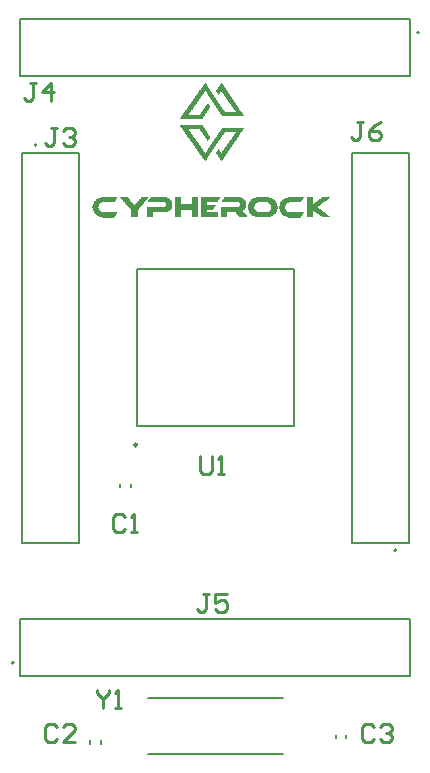
<source format=gbr>
%TF.GenerationSoftware,Altium Limited,Altium Designer,23.4.1 (23)*%
G04 Layer_Color=65535*
%FSLAX45Y45*%
%MOMM*%
%TF.SameCoordinates,3C8645F9-427F-4EF9-BD5D-D69B0DC8593D*%
%TF.FilePolarity,Positive*%
%TF.FileFunction,Legend,Top*%
%TF.Part,Single*%
G01*
G75*
%TA.AperFunction,NonConductor*%
%ADD22C,0.20000*%
%ADD23C,0.25000*%
%ADD24C,0.12700*%
%ADD25C,0.25400*%
G36*
X1706724Y6737748D02*
X1710088D01*
Y6734384D01*
Y6731019D01*
X1713452D01*
Y6727655D01*
Y6724291D01*
X1716816D01*
Y6720926D01*
X1720181D01*
Y6717562D01*
X1723545D01*
Y6714197D01*
Y6710833D01*
X1726909D01*
Y6707469D01*
X1730274D01*
Y6704104D01*
Y6700740D01*
X1733638D01*
Y6697376D01*
X1737003D01*
Y6694011D01*
Y6690647D01*
X1740367D01*
Y6687283D01*
Y6683918D01*
X1743731D01*
Y6680554D01*
X1747096D01*
Y6677189D01*
X1750460D01*
Y6673825D01*
Y6670461D01*
X1753825D01*
Y6667096D01*
X1757189D01*
Y6663732D01*
Y6660368D01*
X1760553D01*
Y6657003D01*
X1763917D01*
Y6653639D01*
Y6650274D01*
X1767282D01*
Y6646910D01*
X1770646D01*
Y6643546D01*
X1774011D01*
Y6640181D01*
Y6636817D01*
X1777375D01*
Y6633453D01*
Y6630088D01*
X1780739D01*
Y6626724D01*
X1784104D01*
Y6623360D01*
Y6619995D01*
X1787468D01*
Y6616631D01*
X1790833D01*
Y6613266D01*
Y6609902D01*
X1794197D01*
Y6606538D01*
X1797561D01*
Y6603173D01*
Y6599809D01*
X1800926D01*
Y6596445D01*
X1804290D01*
Y6593080D01*
Y6589716D01*
X1807654D01*
Y6586352D01*
X1811019D01*
Y6582987D01*
X1814383D01*
Y6579623D01*
Y6576258D01*
X1817747D01*
Y6572894D01*
X1821112D01*
Y6569530D01*
Y6566165D01*
X1824476D01*
Y6562801D01*
X1827840D01*
Y6559437D01*
Y6556072D01*
X1831205D01*
Y6552708D01*
X1834569D01*
Y6549344D01*
Y6545979D01*
X1837934D01*
Y6542615D01*
X1841298D01*
Y6539250D01*
Y6535886D01*
X1844662D01*
Y6532522D01*
X1848027D01*
Y6529157D01*
Y6525793D01*
X1851391D01*
Y6522429D01*
X1854755D01*
Y6519064D01*
Y6515700D01*
X1858120D01*
Y6512335D01*
X1861484D01*
Y6508971D01*
Y6505607D01*
X1864848D01*
Y6502242D01*
X1868213D01*
Y6498878D01*
Y6495514D01*
X1871577D01*
Y6492149D01*
X1874942D01*
Y6488785D01*
Y6485421D01*
X1878306D01*
Y6482056D01*
X1881670D01*
Y6478692D01*
X1885035D01*
Y6475327D01*
Y6471963D01*
X1888399D01*
Y6468599D01*
X1891764D01*
Y6465234D01*
Y6461870D01*
X1895128D01*
Y6458506D01*
X1710088D01*
Y6461870D01*
X1706724D01*
Y6465234D01*
X1703359D01*
Y6468599D01*
Y6471963D01*
X1699995D01*
Y6475327D01*
X1696630D01*
Y6478692D01*
X1693266D01*
Y6482056D01*
Y6485421D01*
X1689902D01*
Y6488785D01*
X1686537D01*
Y6492149D01*
Y6495514D01*
X1683173D01*
Y6498878D01*
X1679808D01*
Y6502242D01*
Y6505607D01*
X1676444D01*
Y6508971D01*
X1673080D01*
Y6512335D01*
Y6515700D01*
X1669715D01*
Y6519064D01*
X1666351D01*
Y6522429D01*
Y6525793D01*
X1662987D01*
Y6529157D01*
X1659622D01*
Y6532522D01*
Y6535886D01*
X1656258D01*
Y6539250D01*
X1652894D01*
Y6542615D01*
Y6545979D01*
X1649529D01*
Y6549344D01*
X1646165D01*
Y6552708D01*
Y6556072D01*
X1642801D01*
Y6559437D01*
X1639436D01*
Y6562801D01*
X1636072D01*
Y6566165D01*
Y6569530D01*
X1632707D01*
Y6572894D01*
X1629343D01*
Y6576258D01*
Y6579623D01*
X1625979D01*
Y6582987D01*
X1622614D01*
Y6586352D01*
Y6589716D01*
X1619250D01*
Y6593080D01*
X1615886D01*
Y6596445D01*
Y6599809D01*
X1612521D01*
Y6603173D01*
X1609157D01*
Y6606538D01*
Y6609902D01*
X1605793D01*
Y6613266D01*
X1602428D01*
Y6616631D01*
Y6619995D01*
X1599064D01*
Y6623360D01*
X1595699D01*
Y6626724D01*
Y6630088D01*
X1592335D01*
Y6633453D01*
X1588971D01*
Y6636817D01*
Y6640181D01*
X1585606D01*
Y6643546D01*
X1582242D01*
Y6646910D01*
Y6650274D01*
X1578877D01*
Y6653639D01*
X1575513D01*
Y6657003D01*
Y6660368D01*
X1572149D01*
Y6663732D01*
X1568785D01*
Y6667096D01*
Y6670461D01*
X1562056D01*
Y6667096D01*
X1558691D01*
Y6663732D01*
Y6660368D01*
X1555327D01*
Y6657003D01*
X1551963D01*
Y6653639D01*
Y6650274D01*
X1548598D01*
Y6646910D01*
X1545234D01*
Y6643546D01*
X1541870D01*
Y6640181D01*
Y6636817D01*
X1538505D01*
Y6633453D01*
X1535141D01*
Y6630088D01*
Y6626724D01*
X1531776D01*
Y6623360D01*
X1528412D01*
Y6619995D01*
X1525048D01*
Y6616631D01*
Y6613266D01*
X1521683D01*
Y6609902D01*
X1518319D01*
Y6606538D01*
Y6603173D01*
X1514955D01*
Y6599809D01*
X1511590D01*
Y6596445D01*
Y6593080D01*
X1508226D01*
Y6589716D01*
X1504862D01*
Y6586352D01*
X1501497D01*
Y6582987D01*
Y6579623D01*
X1498133D01*
Y6576258D01*
Y6572894D01*
X1494768D01*
Y6569530D01*
X1491404D01*
Y6566165D01*
X1488040D01*
Y6562801D01*
Y6559437D01*
X1484675D01*
Y6556072D01*
X1481311D01*
Y6552708D01*
Y6549344D01*
X1477947D01*
Y6545979D01*
X1474582D01*
Y6542615D01*
X1471218D01*
Y6539250D01*
Y6535886D01*
X1467854D01*
Y6532522D01*
X1464489D01*
Y6529157D01*
Y6525793D01*
X1461125D01*
Y6522429D01*
X1457760D01*
Y6519064D01*
Y6515700D01*
X1454396D01*
Y6512335D01*
X1451032D01*
Y6508971D01*
X1447667D01*
Y6505607D01*
Y6502242D01*
X1444303D01*
Y6498878D01*
X1440939D01*
Y6495514D01*
Y6492149D01*
X1437574D01*
Y6488785D01*
X1434210D01*
Y6485421D01*
X1430845D01*
Y6482056D01*
Y6478692D01*
X1427481D01*
Y6475327D01*
Y6471963D01*
X1508226D01*
Y6468599D01*
X1514955D01*
Y6471963D01*
X1518319D01*
Y6475327D01*
X1521683D01*
Y6478692D01*
X1525048D01*
Y6482056D01*
Y6485421D01*
X1528412D01*
Y6488785D01*
Y6492149D01*
X1531776D01*
Y6495514D01*
X1535141D01*
Y6498878D01*
X1538505D01*
Y6502242D01*
Y6505607D01*
X1541870D01*
Y6508971D01*
X1545234D01*
Y6512335D01*
Y6515700D01*
X1548598D01*
Y6519064D01*
X1551963D01*
Y6522429D01*
Y6525793D01*
X1555327D01*
Y6529157D01*
X1558691D01*
Y6532522D01*
X1562056D01*
Y6535886D01*
Y6539250D01*
X1565420D01*
Y6542615D01*
X1568785D01*
Y6545979D01*
Y6549344D01*
X1572149D01*
Y6552708D01*
X1575513D01*
Y6556072D01*
X1578877D01*
Y6559437D01*
Y6562801D01*
X1582242D01*
Y6566165D01*
X1585606D01*
Y6569530D01*
Y6572894D01*
X1588971D01*
Y6569530D01*
Y6566165D01*
X1592335D01*
Y6562801D01*
Y6559437D01*
X1595699D01*
Y6556072D01*
X1599064D01*
Y6552708D01*
X1602428D01*
Y6549344D01*
Y6545979D01*
X1605793D01*
Y6542615D01*
X1609157D01*
Y6539250D01*
Y6535886D01*
Y6532522D01*
X1605793D01*
Y6529157D01*
X1602428D01*
Y6525793D01*
X1599064D01*
Y6522429D01*
Y6519064D01*
X1595699D01*
Y6515700D01*
X1592335D01*
Y6512335D01*
Y6508971D01*
X1588971D01*
Y6505607D01*
X1585606D01*
Y6502242D01*
X1582242D01*
Y6498878D01*
Y6495514D01*
X1578877D01*
Y6492149D01*
X1575513D01*
Y6488785D01*
Y6485421D01*
X1572149D01*
Y6482056D01*
X1568785D01*
Y6478692D01*
Y6475327D01*
X1565420D01*
Y6471963D01*
X1562056D01*
Y6468599D01*
X1558691D01*
Y6465234D01*
Y6461870D01*
X1555327D01*
Y6458506D01*
X1551963D01*
Y6455141D01*
Y6451777D01*
X1548598D01*
Y6448413D01*
X1545234D01*
Y6445048D01*
X1541870D01*
Y6441684D01*
Y6438319D01*
X1538505D01*
Y6434955D01*
X1346736D01*
Y6438319D01*
X1350101D01*
Y6441684D01*
X1353465D01*
Y6445048D01*
X1356829D01*
Y6448413D01*
X1360194D01*
Y6451777D01*
Y6455141D01*
X1363558D01*
Y6458506D01*
X1366923D01*
Y6461870D01*
Y6465234D01*
X1370287D01*
Y6468599D01*
X1373651D01*
Y6471963D01*
Y6475327D01*
X1377016D01*
Y6478692D01*
X1380380D01*
Y6482056D01*
Y6485421D01*
X1383744D01*
Y6488785D01*
X1387109D01*
Y6492149D01*
X1390473D01*
Y6495514D01*
Y6498878D01*
X1393837D01*
Y6502242D01*
X1397202D01*
Y6505607D01*
Y6508971D01*
X1400566D01*
Y6512335D01*
X1403931D01*
Y6515700D01*
X1407295D01*
Y6519064D01*
Y6522429D01*
X1410659D01*
Y6525793D01*
X1414024D01*
Y6529157D01*
Y6532522D01*
X1417388D01*
Y6535886D01*
X1420752D01*
Y6539250D01*
Y6542615D01*
X1424117D01*
Y6545979D01*
X1427481D01*
Y6549344D01*
X1430845D01*
Y6552708D01*
Y6556072D01*
X1434210D01*
Y6559437D01*
X1437574D01*
Y6562801D01*
Y6566165D01*
X1440939D01*
Y6569530D01*
X1444303D01*
Y6572894D01*
X1447667D01*
Y6576258D01*
Y6579623D01*
X1451032D01*
Y6582987D01*
X1454396D01*
Y6586352D01*
Y6589716D01*
X1457760D01*
Y6593080D01*
X1461125D01*
Y6596445D01*
X1464489D01*
Y6599809D01*
Y6603173D01*
X1467854D01*
Y6606538D01*
X1471218D01*
Y6609902D01*
Y6613266D01*
X1474582D01*
Y6616631D01*
X1477947D01*
Y6619995D01*
Y6623360D01*
X1481311D01*
Y6626724D01*
X1484675D01*
Y6630088D01*
Y6633453D01*
X1488040D01*
Y6636817D01*
X1491404D01*
Y6640181D01*
Y6643546D01*
X1494768D01*
Y6646910D01*
X1498133D01*
Y6650274D01*
X1501497D01*
Y6653639D01*
Y6657003D01*
X1504862D01*
Y6660368D01*
X1508226D01*
Y6663732D01*
Y6667096D01*
X1511590D01*
Y6670461D01*
X1514955D01*
Y6673825D01*
Y6677189D01*
X1518319D01*
Y6680554D01*
X1521683D01*
Y6683918D01*
X1525048D01*
Y6687283D01*
Y6690647D01*
X1528412D01*
Y6694011D01*
X1531776D01*
Y6697376D01*
Y6700740D01*
X1535141D01*
Y6704104D01*
X1538505D01*
Y6707469D01*
X1541870D01*
Y6710833D01*
Y6714197D01*
X1545234D01*
Y6717562D01*
X1548598D01*
Y6720926D01*
Y6724291D01*
X1551963D01*
Y6727655D01*
X1555327D01*
Y6731019D01*
X1558691D01*
Y6734384D01*
Y6737748D01*
X1562056D01*
Y6741112D01*
X1565420D01*
Y6737748D01*
X1568785D01*
Y6734384D01*
Y6731019D01*
X1572149D01*
Y6727655D01*
X1575513D01*
Y6724291D01*
Y6720926D01*
X1578877D01*
Y6717562D01*
X1582242D01*
Y6714197D01*
Y6710833D01*
X1585606D01*
Y6707469D01*
X1588971D01*
Y6704104D01*
Y6700740D01*
X1592335D01*
Y6697376D01*
X1595699D01*
Y6694011D01*
X1599064D01*
Y6690647D01*
Y6687283D01*
X1602428D01*
Y6683918D01*
X1605793D01*
Y6680554D01*
Y6677189D01*
X1609157D01*
Y6673825D01*
X1612521D01*
Y6670461D01*
Y6667096D01*
X1615886D01*
Y6663732D01*
X1619250D01*
Y6660368D01*
Y6657003D01*
X1622614D01*
Y6653639D01*
Y6650274D01*
X1625979D01*
Y6646910D01*
X1629343D01*
Y6643546D01*
X1632707D01*
Y6640181D01*
Y6636817D01*
X1636072D01*
Y6633453D01*
X1639436D01*
Y6630088D01*
Y6626724D01*
X1642801D01*
Y6623360D01*
X1646165D01*
Y6619995D01*
Y6616631D01*
X1649529D01*
Y6613266D01*
X1652894D01*
Y6609902D01*
Y6606538D01*
X1656258D01*
Y6603173D01*
X1659622D01*
Y6599809D01*
Y6596445D01*
X1662987D01*
Y6593080D01*
X1666351D01*
Y6589716D01*
Y6586352D01*
X1669715D01*
Y6582987D01*
X1673080D01*
Y6579623D01*
X1676444D01*
Y6576258D01*
Y6572894D01*
X1679808D01*
Y6569530D01*
X1683173D01*
Y6566165D01*
Y6562801D01*
X1686537D01*
Y6559437D01*
Y6556072D01*
X1689902D01*
Y6552708D01*
X1693266D01*
Y6549344D01*
X1696630D01*
Y6545979D01*
Y6542615D01*
X1699995D01*
Y6539250D01*
Y6535886D01*
X1703359D01*
Y6532522D01*
X1706724D01*
Y6529157D01*
X1710088D01*
Y6525793D01*
Y6522429D01*
X1713452D01*
Y6519064D01*
X1716816D01*
Y6515700D01*
Y6512335D01*
X1720181D01*
Y6508971D01*
X1723545D01*
Y6505607D01*
Y6502242D01*
X1726909D01*
Y6498878D01*
X1730274D01*
Y6495514D01*
Y6492149D01*
X1821112D01*
Y6495514D01*
Y6498878D01*
X1817747D01*
Y6502242D01*
Y6505607D01*
X1814383D01*
Y6508971D01*
X1811019D01*
Y6512335D01*
Y6515700D01*
X1807654D01*
Y6519064D01*
X1804290D01*
Y6522429D01*
X1800926D01*
Y6525793D01*
Y6529157D01*
X1797561D01*
Y6532522D01*
Y6535886D01*
X1794197D01*
Y6539250D01*
X1790833D01*
Y6542615D01*
X1787468D01*
Y6545979D01*
Y6549344D01*
X1784104D01*
Y6552708D01*
X1780739D01*
Y6556072D01*
Y6559437D01*
X1777375D01*
Y6562801D01*
X1774011D01*
Y6566165D01*
Y6569530D01*
X1770646D01*
Y6572894D01*
X1767282D01*
Y6576258D01*
Y6579623D01*
X1763917D01*
Y6582987D01*
X1760553D01*
Y6586352D01*
X1757189D01*
Y6589716D01*
Y6593080D01*
X1753825D01*
Y6596445D01*
X1750460D01*
Y6599809D01*
Y6603173D01*
X1747096D01*
Y6606538D01*
X1743731D01*
Y6609902D01*
Y6613266D01*
X1740367D01*
Y6616631D01*
X1737003D01*
Y6619995D01*
Y6623360D01*
X1733638D01*
Y6626724D01*
X1730274D01*
Y6630088D01*
Y6633453D01*
X1726909D01*
Y6636817D01*
X1723545D01*
Y6640181D01*
Y6643546D01*
X1720181D01*
Y6646910D01*
X1716816D01*
Y6650274D01*
Y6653639D01*
X1713452D01*
Y6657003D01*
X1710088D01*
Y6660368D01*
X1706724D01*
Y6663732D01*
Y6667096D01*
X1696630D01*
Y6663732D01*
Y6660368D01*
X1693266D01*
Y6657003D01*
X1689902D01*
Y6653639D01*
Y6650274D01*
X1686537D01*
Y6646910D01*
X1683173D01*
Y6643546D01*
Y6640181D01*
X1679808D01*
Y6636817D01*
X1676444D01*
Y6640181D01*
Y6643546D01*
X1673080D01*
Y6646910D01*
Y6650274D01*
X1669715D01*
Y6653639D01*
X1666351D01*
Y6657003D01*
X1662987D01*
Y6660368D01*
Y6663732D01*
X1659622D01*
Y6667096D01*
X1656258D01*
Y6670461D01*
Y6673825D01*
X1659622D01*
Y6677189D01*
X1662987D01*
Y6680554D01*
Y6683918D01*
X1666351D01*
Y6687283D01*
X1669715D01*
Y6690647D01*
Y6694011D01*
X1673080D01*
Y6697376D01*
X1676444D01*
Y6700740D01*
Y6704104D01*
X1679808D01*
Y6707469D01*
X1683173D01*
Y6710833D01*
Y6714197D01*
X1686537D01*
Y6717562D01*
Y6720926D01*
X1689902D01*
Y6724291D01*
X1693266D01*
Y6727655D01*
Y6731019D01*
X1696630D01*
Y6734384D01*
X1699995D01*
Y6737748D01*
Y6741112D01*
X1706724D01*
Y6737748D01*
D02*
G37*
G36*
X1541870Y6377761D02*
Y6374396D01*
X1545234D01*
Y6371032D01*
Y6367668D01*
X1548598D01*
Y6364304D01*
X1551963D01*
Y6360939D01*
X1555327D01*
Y6357575D01*
X1558691D01*
Y6354210D01*
Y6350846D01*
X1562056D01*
Y6347482D01*
Y6344117D01*
X1565420D01*
Y6340753D01*
X1568785D01*
Y6337388D01*
X1572149D01*
Y6334024D01*
Y6330660D01*
X1575513D01*
Y6327295D01*
X1578877D01*
Y6323931D01*
Y6320567D01*
X1582242D01*
Y6317203D01*
X1585606D01*
Y6313838D01*
X1588971D01*
Y6310474D01*
Y6307109D01*
X1592335D01*
Y6303745D01*
X1595699D01*
Y6300381D01*
Y6297016D01*
X1599064D01*
Y6293652D01*
X1602428D01*
Y6290287D01*
Y6286923D01*
X1605793D01*
Y6283559D01*
X1609157D01*
Y6280194D01*
Y6276830D01*
X1605793D01*
Y6273465D01*
Y6270101D01*
X1602428D01*
Y6266737D01*
X1599064D01*
Y6263373D01*
X1595699D01*
Y6260008D01*
Y6256644D01*
X1592335D01*
Y6253280D01*
X1588971D01*
Y6249915D01*
Y6246551D01*
X1585606D01*
Y6249915D01*
X1582242D01*
Y6253280D01*
Y6256644D01*
X1578877D01*
Y6260008D01*
X1575513D01*
Y6263373D01*
Y6266737D01*
X1572149D01*
Y6270101D01*
X1568785D01*
Y6273465D01*
X1565420D01*
Y6276830D01*
Y6280194D01*
X1562056D01*
Y6283559D01*
X1558691D01*
Y6286923D01*
Y6290287D01*
X1555327D01*
Y6293652D01*
X1551963D01*
Y6297016D01*
Y6300381D01*
X1548598D01*
Y6303745D01*
X1545234D01*
Y6307109D01*
X1541870D01*
Y6310474D01*
Y6313838D01*
X1538505D01*
Y6317203D01*
X1535141D01*
Y6320567D01*
Y6323931D01*
X1531776D01*
Y6327295D01*
X1528412D01*
Y6330660D01*
Y6334024D01*
X1525048D01*
Y6337388D01*
X1521683D01*
Y6340753D01*
X1518319D01*
Y6344117D01*
Y6347482D01*
X1427481D01*
Y6344117D01*
Y6340753D01*
Y6337388D01*
X1430845D01*
Y6334024D01*
X1434210D01*
Y6330660D01*
X1437574D01*
Y6327295D01*
Y6323931D01*
X1440939D01*
Y6320567D01*
X1444303D01*
Y6317203D01*
Y6313838D01*
X1447667D01*
Y6310474D01*
X1451032D01*
Y6307109D01*
X1454396D01*
Y6303745D01*
Y6300381D01*
X1457760D01*
Y6297016D01*
X1461125D01*
Y6293652D01*
Y6290287D01*
X1464489D01*
Y6286923D01*
X1467854D01*
Y6283559D01*
Y6280194D01*
X1471218D01*
Y6276830D01*
X1474582D01*
Y6273465D01*
X1477947D01*
Y6270101D01*
Y6266737D01*
X1481311D01*
Y6263373D01*
X1484675D01*
Y6260008D01*
Y6256644D01*
X1488040D01*
Y6253280D01*
X1491404D01*
Y6249915D01*
Y6246551D01*
X1494768D01*
Y6243186D01*
X1498133D01*
Y6239822D01*
X1501497D01*
Y6236458D01*
Y6233093D01*
X1504862D01*
Y6229729D01*
X1508226D01*
Y6226364D01*
Y6223000D01*
X1511590D01*
Y6219636D01*
X1514955D01*
Y6216272D01*
Y6212907D01*
X1518319D01*
Y6209543D01*
X1521683D01*
Y6206178D01*
X1525048D01*
Y6202814D01*
Y6199450D01*
X1528412D01*
Y6196085D01*
X1531776D01*
Y6192721D01*
Y6189356D01*
X1535141D01*
Y6185992D01*
X1538505D01*
Y6182628D01*
X1541870D01*
Y6179263D01*
Y6175899D01*
X1545234D01*
Y6172535D01*
Y6169170D01*
X1548598D01*
Y6165806D01*
X1551963D01*
Y6162442D01*
X1555327D01*
Y6159077D01*
Y6155713D01*
X1558691D01*
Y6152348D01*
X1562056D01*
Y6148984D01*
X1568785D01*
Y6152348D01*
X1572149D01*
Y6155713D01*
Y6159077D01*
X1575513D01*
Y6162442D01*
Y6165806D01*
X1578877D01*
Y6169170D01*
X1582242D01*
Y6172535D01*
X1585606D01*
Y6175899D01*
Y6179263D01*
X1588971D01*
Y6182628D01*
Y6185992D01*
X1592335D01*
Y6189356D01*
X1595699D01*
Y6192721D01*
X1599064D01*
Y6196085D01*
Y6199450D01*
X1602428D01*
Y6202814D01*
X1605793D01*
Y6206178D01*
Y6209543D01*
X1609157D01*
Y6212907D01*
X1612521D01*
Y6216272D01*
Y6219636D01*
X1615886D01*
Y6223000D01*
X1619250D01*
Y6226364D01*
Y6229729D01*
X1622614D01*
Y6233093D01*
X1625979D01*
Y6236458D01*
Y6239822D01*
X1629343D01*
Y6243186D01*
X1632707D01*
Y6246551D01*
Y6249915D01*
X1636072D01*
Y6253280D01*
X1639436D01*
Y6256644D01*
Y6260008D01*
X1642801D01*
Y6263373D01*
X1646165D01*
Y6266737D01*
X1649529D01*
Y6270101D01*
Y6273465D01*
X1652894D01*
Y6276830D01*
Y6280194D01*
X1656258D01*
Y6283559D01*
X1659622D01*
Y6286923D01*
X1662987D01*
Y6290287D01*
Y6293652D01*
X1666351D01*
Y6297016D01*
X1669715D01*
Y6300381D01*
Y6303745D01*
X1673080D01*
Y6307109D01*
X1676444D01*
Y6310474D01*
Y6313838D01*
X1679808D01*
Y6317203D01*
Y6320567D01*
X1683173D01*
Y6323931D01*
X1686537D01*
Y6327295D01*
X1689902D01*
Y6330660D01*
Y6334024D01*
X1693266D01*
Y6337388D01*
X1696630D01*
Y6340753D01*
Y6344117D01*
X1699995D01*
Y6347482D01*
X1703359D01*
Y6350846D01*
Y6354210D01*
X1706724D01*
Y6357575D01*
X1710088D01*
Y6360939D01*
X1895128D01*
Y6357575D01*
X1891764D01*
Y6354210D01*
Y6350846D01*
X1888399D01*
Y6347482D01*
X1885035D01*
Y6344117D01*
Y6340753D01*
X1881670D01*
Y6337388D01*
X1878306D01*
Y6334024D01*
Y6330660D01*
X1874942D01*
Y6327295D01*
X1871577D01*
Y6323931D01*
Y6320567D01*
X1868213D01*
Y6317203D01*
X1864848D01*
Y6313838D01*
X1861484D01*
Y6310474D01*
Y6307109D01*
X1858120D01*
Y6303745D01*
Y6300381D01*
X1854755D01*
Y6297016D01*
X1851391D01*
Y6293652D01*
Y6290287D01*
X1848027D01*
Y6286923D01*
X1844662D01*
Y6283559D01*
Y6280194D01*
X1841298D01*
Y6276830D01*
X1837934D01*
Y6273465D01*
X1834569D01*
Y6270101D01*
Y6266737D01*
X1831205D01*
Y6263373D01*
Y6260008D01*
X1827840D01*
Y6256644D01*
X1824476D01*
Y6253280D01*
X1821112D01*
Y6249915D01*
Y6246551D01*
X1817747D01*
Y6243186D01*
Y6239822D01*
X1814383D01*
Y6236458D01*
X1811019D01*
Y6233093D01*
X1807654D01*
Y6229729D01*
Y6226364D01*
X1804290D01*
Y6223000D01*
X1800926D01*
Y6219636D01*
Y6216272D01*
X1797561D01*
Y6212907D01*
X1794197D01*
Y6209543D01*
Y6206178D01*
X1790833D01*
Y6202814D01*
X1787468D01*
Y6199450D01*
Y6196085D01*
X1784104D01*
Y6192721D01*
X1780739D01*
Y6189356D01*
Y6185992D01*
X1777375D01*
Y6182628D01*
X1774011D01*
Y6179263D01*
Y6175899D01*
X1770646D01*
Y6172535D01*
X1767282D01*
Y6169170D01*
Y6165806D01*
X1763917D01*
Y6162442D01*
X1760553D01*
Y6159077D01*
X1757189D01*
Y6155713D01*
Y6152348D01*
X1753825D01*
Y6148984D01*
Y6145620D01*
X1750460D01*
Y6142255D01*
X1747096D01*
Y6138891D01*
X1743731D01*
Y6135527D01*
Y6132162D01*
X1740367D01*
Y6128798D01*
Y6125434D01*
X1737003D01*
Y6122069D01*
X1733638D01*
Y6118705D01*
Y6115341D01*
X1730274D01*
Y6111976D01*
X1726909D01*
Y6108612D01*
Y6105247D01*
X1723545D01*
Y6101883D01*
X1720181D01*
Y6098519D01*
X1716816D01*
Y6095154D01*
Y6091790D01*
X1713452D01*
Y6088425D01*
X1710088D01*
Y6085061D01*
Y6081697D01*
X1706724D01*
Y6078333D01*
Y6074968D01*
X1703359D01*
Y6078333D01*
X1699995D01*
Y6081697D01*
Y6085061D01*
X1696630D01*
Y6088425D01*
X1693266D01*
Y6091790D01*
X1689902D01*
Y6095154D01*
Y6098519D01*
X1686537D01*
Y6101883D01*
Y6105247D01*
X1683173D01*
Y6108612D01*
X1679808D01*
Y6111976D01*
Y6115341D01*
X1676444D01*
Y6118705D01*
X1673080D01*
Y6122069D01*
Y6125434D01*
X1669715D01*
Y6128798D01*
X1666351D01*
Y6132162D01*
Y6135527D01*
X1662987D01*
Y6138891D01*
X1659622D01*
Y6142255D01*
Y6145620D01*
X1656258D01*
Y6148984D01*
X1659622D01*
Y6152348D01*
Y6155713D01*
X1662987D01*
Y6159077D01*
X1666351D01*
Y6162442D01*
X1669715D01*
Y6165806D01*
Y6169170D01*
X1673080D01*
Y6172535D01*
Y6175899D01*
X1676444D01*
Y6179263D01*
X1679808D01*
Y6175899D01*
X1683173D01*
Y6172535D01*
X1686537D01*
Y6169170D01*
Y6165806D01*
X1689902D01*
Y6162442D01*
X1693266D01*
Y6159077D01*
Y6155713D01*
X1696630D01*
Y6152348D01*
X1699995D01*
Y6148984D01*
X1706724D01*
Y6152348D01*
Y6155713D01*
X1710088D01*
Y6159077D01*
Y6162442D01*
X1713452D01*
Y6165806D01*
X1716816D01*
Y6169170D01*
X1720181D01*
Y6172535D01*
Y6175899D01*
X1723545D01*
Y6179263D01*
X1726909D01*
Y6182628D01*
Y6185992D01*
X1730274D01*
Y6189356D01*
X1733638D01*
Y6192721D01*
Y6196085D01*
X1737003D01*
Y6199450D01*
X1740367D01*
Y6202814D01*
Y6206178D01*
X1743731D01*
Y6209543D01*
X1747096D01*
Y6212907D01*
Y6216272D01*
X1750460D01*
Y6219636D01*
X1753825D01*
Y6223000D01*
Y6226364D01*
X1757189D01*
Y6229729D01*
X1760553D01*
Y6233093D01*
X1763917D01*
Y6236458D01*
Y6239822D01*
X1767282D01*
Y6243186D01*
Y6246551D01*
X1770646D01*
Y6249915D01*
X1774011D01*
Y6253280D01*
X1777375D01*
Y6256644D01*
Y6260008D01*
X1780739D01*
Y6263373D01*
Y6266737D01*
X1784104D01*
Y6270101D01*
X1787468D01*
Y6273465D01*
X1790833D01*
Y6276830D01*
Y6280194D01*
X1794197D01*
Y6283559D01*
X1797561D01*
Y6286923D01*
Y6290287D01*
X1800926D01*
Y6293652D01*
X1804290D01*
Y6297016D01*
X1807654D01*
Y6300381D01*
Y6303745D01*
X1811019D01*
Y6307109D01*
Y6310474D01*
X1814383D01*
Y6313838D01*
X1817747D01*
Y6317203D01*
X1821112D01*
Y6320567D01*
Y6323931D01*
Y6327295D01*
X1733638D01*
Y6323931D01*
X1730274D01*
Y6320567D01*
X1726909D01*
Y6317203D01*
Y6313838D01*
X1723545D01*
Y6310474D01*
X1720181D01*
Y6307109D01*
Y6303745D01*
X1716816D01*
Y6300381D01*
X1713452D01*
Y6297016D01*
X1710088D01*
Y6293652D01*
Y6290287D01*
X1706724D01*
Y6286923D01*
X1703359D01*
Y6283559D01*
Y6280194D01*
X1699995D01*
Y6276830D01*
X1696630D01*
Y6273465D01*
Y6270101D01*
X1693266D01*
Y6266737D01*
X1689902D01*
Y6263373D01*
Y6260008D01*
X1686537D01*
Y6256644D01*
X1683173D01*
Y6253280D01*
Y6249915D01*
X1679808D01*
Y6246551D01*
X1676444D01*
Y6243186D01*
Y6239822D01*
X1673080D01*
Y6236458D01*
X1669715D01*
Y6233093D01*
Y6229729D01*
X1666351D01*
Y6226364D01*
X1662987D01*
Y6223000D01*
Y6219636D01*
X1659622D01*
Y6216272D01*
X1656258D01*
Y6212907D01*
Y6209543D01*
X1652894D01*
Y6206178D01*
X1649529D01*
Y6202814D01*
X1646165D01*
Y6199450D01*
Y6196085D01*
X1642801D01*
Y6192721D01*
Y6189356D01*
X1639436D01*
Y6185992D01*
X1636072D01*
Y6182628D01*
Y6179263D01*
X1632707D01*
Y6175899D01*
X1629343D01*
Y6172535D01*
Y6169170D01*
X1625979D01*
Y6165806D01*
X1622614D01*
Y6162442D01*
X1619250D01*
Y6159077D01*
Y6155713D01*
X1615886D01*
Y6152348D01*
Y6148984D01*
X1612521D01*
Y6145620D01*
X1609157D01*
Y6142255D01*
X1605793D01*
Y6138891D01*
Y6135527D01*
X1602428D01*
Y6132162D01*
Y6128798D01*
X1599064D01*
Y6125434D01*
X1595699D01*
Y6122069D01*
X1592335D01*
Y6118705D01*
Y6115341D01*
X1588971D01*
Y6111976D01*
Y6108612D01*
X1585606D01*
Y6105247D01*
X1582242D01*
Y6101883D01*
X1578877D01*
Y6098519D01*
Y6095154D01*
X1575513D01*
Y6091790D01*
X1572149D01*
Y6088425D01*
Y6085061D01*
X1568785D01*
Y6081697D01*
X1565420D01*
Y6078333D01*
Y6074968D01*
X1562056D01*
Y6078333D01*
Y6081697D01*
X1558691D01*
Y6085061D01*
X1555327D01*
Y6088425D01*
X1551963D01*
Y6091790D01*
Y6095154D01*
X1548598D01*
Y6098519D01*
X1545234D01*
Y6101883D01*
Y6105247D01*
X1541870D01*
Y6108612D01*
X1538505D01*
Y6111976D01*
X1535141D01*
Y6115341D01*
Y6118705D01*
X1531776D01*
Y6122069D01*
X1528412D01*
Y6125434D01*
Y6128798D01*
X1525048D01*
Y6132162D01*
X1521683D01*
Y6135527D01*
Y6138891D01*
X1518319D01*
Y6142255D01*
X1514955D01*
Y6145620D01*
Y6148984D01*
X1511590D01*
Y6152348D01*
X1508226D01*
Y6155713D01*
X1504862D01*
Y6159077D01*
Y6162442D01*
X1501497D01*
Y6165806D01*
X1498133D01*
Y6169170D01*
Y6172535D01*
X1494768D01*
Y6175899D01*
X1491404D01*
Y6179263D01*
X1488040D01*
Y6182628D01*
Y6185992D01*
X1484675D01*
Y6189356D01*
X1481311D01*
Y6192721D01*
Y6196085D01*
X1477947D01*
Y6199450D01*
X1474582D01*
Y6202814D01*
Y6206178D01*
X1471218D01*
Y6209543D01*
X1467854D01*
Y6212907D01*
X1464489D01*
Y6216272D01*
Y6219636D01*
X1461125D01*
Y6223000D01*
X1457760D01*
Y6226364D01*
Y6229729D01*
X1454396D01*
Y6233093D01*
X1451032D01*
Y6236458D01*
Y6239822D01*
X1447667D01*
Y6243186D01*
X1444303D01*
Y6246551D01*
X1440939D01*
Y6249915D01*
Y6253280D01*
X1437574D01*
Y6256644D01*
Y6260008D01*
X1434210D01*
Y6263373D01*
X1430845D01*
Y6266737D01*
X1427481D01*
Y6270101D01*
X1424117D01*
Y6273465D01*
Y6276830D01*
X1420752D01*
Y6280194D01*
Y6283559D01*
X1417388D01*
Y6286923D01*
X1414024D01*
Y6290287D01*
X1410659D01*
Y6293652D01*
Y6297016D01*
X1407295D01*
Y6300381D01*
X1403931D01*
Y6303745D01*
Y6307109D01*
X1400566D01*
Y6310474D01*
X1397202D01*
Y6313838D01*
Y6317203D01*
X1393837D01*
Y6320567D01*
X1390473D01*
Y6323931D01*
X1387109D01*
Y6327295D01*
Y6330660D01*
X1383744D01*
Y6334024D01*
X1380380D01*
Y6337388D01*
Y6340753D01*
X1377016D01*
Y6344117D01*
X1373651D01*
Y6347482D01*
X1370287D01*
Y6350846D01*
Y6354210D01*
X1366923D01*
Y6357575D01*
X1363558D01*
Y6360939D01*
Y6364304D01*
X1360194D01*
Y6367668D01*
X1356829D01*
Y6371032D01*
X1353465D01*
Y6374396D01*
Y6377761D01*
X1350101D01*
Y6381125D01*
X1541870D01*
Y6377761D01*
D02*
G37*
G36*
X2625195Y5768811D02*
X2618466D01*
Y5765446D01*
X2615102D01*
Y5762082D01*
X2611738D01*
Y5758718D01*
X2605009D01*
Y5755353D01*
X2601645D01*
Y5751989D01*
X2598280D01*
Y5748625D01*
X2591551D01*
Y5745260D01*
X2588187D01*
Y5741896D01*
X2581458D01*
Y5738532D01*
X2578094D01*
Y5735167D01*
X2574730D01*
Y5731803D01*
X2571365D01*
Y5728438D01*
X2564636D01*
Y5725074D01*
X2561272D01*
Y5721710D01*
X2554543D01*
Y5718345D01*
X2551179D01*
Y5714981D01*
X2547815D01*
Y5711616D01*
X2544450D01*
Y5708252D01*
X2537722D01*
Y5704888D01*
X2534357D01*
Y5701524D01*
X2530993D01*
Y5698159D01*
X2524264D01*
Y5694795D01*
X2520900D01*
Y5691431D01*
X2517535D01*
Y5688066D01*
Y5684702D01*
X2520900D01*
Y5681337D01*
X2524264D01*
Y5677973D01*
X2530993D01*
Y5674609D01*
X2534357D01*
Y5671244D01*
X2541086D01*
Y5667880D01*
X2544450D01*
Y5664515D01*
X2547815D01*
Y5661151D01*
X2554543D01*
Y5657787D01*
X2557908D01*
Y5654423D01*
X2561272D01*
Y5651058D01*
X2568001D01*
Y5647694D01*
X2571365D01*
Y5644329D01*
X2578094D01*
Y5640965D01*
X2581458D01*
Y5637601D01*
X2584823D01*
Y5634236D01*
X2588187D01*
Y5630872D01*
X2594916D01*
Y5627507D01*
X2598280D01*
Y5624143D01*
X2605009D01*
Y5620779D01*
X2608373D01*
Y5617414D01*
X2611738D01*
Y5614050D01*
X2618466D01*
Y5610686D01*
X2621831D01*
Y5607321D01*
X2625195D01*
Y5603957D01*
X2554543D01*
Y5607321D01*
X2551179D01*
Y5610686D01*
X2544450D01*
Y5614050D01*
X2541086D01*
Y5617414D01*
X2534357D01*
Y5620779D01*
X2530993D01*
Y5624143D01*
X2524264D01*
Y5627507D01*
X2520900D01*
Y5630872D01*
X2514171D01*
Y5634236D01*
X2510807D01*
Y5637601D01*
X2507442D01*
Y5640965D01*
X2500714D01*
Y5644329D01*
X2497349D01*
Y5647694D01*
X2490620D01*
Y5651058D01*
X2487256D01*
Y5654423D01*
X2483892D01*
Y5657787D01*
X2473799D01*
Y5654423D01*
Y5651058D01*
Y5647694D01*
Y5644329D01*
Y5640965D01*
Y5637601D01*
Y5634236D01*
Y5630872D01*
Y5627507D01*
Y5624143D01*
Y5620779D01*
Y5617414D01*
Y5614050D01*
Y5610686D01*
Y5607321D01*
Y5603957D01*
X2423333D01*
Y5607321D01*
Y5610686D01*
Y5614050D01*
Y5617414D01*
Y5620779D01*
Y5624143D01*
Y5627507D01*
Y5630872D01*
Y5634236D01*
Y5637601D01*
Y5640965D01*
Y5644329D01*
Y5647694D01*
Y5651058D01*
Y5654423D01*
Y5657787D01*
Y5661151D01*
Y5664515D01*
Y5667880D01*
Y5671244D01*
Y5674609D01*
Y5677973D01*
Y5681337D01*
Y5684702D01*
Y5688066D01*
Y5691431D01*
Y5694795D01*
Y5698159D01*
Y5701524D01*
Y5704888D01*
Y5708252D01*
Y5711616D01*
Y5714981D01*
Y5718345D01*
Y5721710D01*
Y5725074D01*
Y5728438D01*
Y5731803D01*
Y5735167D01*
Y5738532D01*
Y5741896D01*
Y5745260D01*
Y5748625D01*
Y5751989D01*
Y5755353D01*
Y5758718D01*
Y5762082D01*
Y5765446D01*
Y5768811D01*
Y5772175D01*
X2473799D01*
Y5768811D01*
Y5765446D01*
Y5762082D01*
Y5758718D01*
Y5755353D01*
Y5751989D01*
Y5748625D01*
Y5745260D01*
Y5741896D01*
Y5738532D01*
Y5735167D01*
Y5731803D01*
Y5728438D01*
Y5725074D01*
Y5721710D01*
Y5718345D01*
Y5714981D01*
X2477163D01*
Y5718345D01*
X2483892D01*
Y5721710D01*
X2487256D01*
Y5725074D01*
X2490620D01*
Y5728438D01*
X2497349D01*
Y5731803D01*
X2500714D01*
Y5735167D01*
X2507442D01*
Y5738532D01*
X2510807D01*
Y5741896D01*
X2514171D01*
Y5745260D01*
X2520900D01*
Y5748625D01*
X2524264D01*
Y5751989D01*
X2527628D01*
Y5755353D01*
X2530993D01*
Y5758718D01*
X2537722D01*
Y5762082D01*
X2541086D01*
Y5765446D01*
X2547815D01*
Y5768811D01*
X2551179D01*
Y5772175D01*
X2625195D01*
Y5768811D01*
D02*
G37*
G36*
X1504862D02*
Y5765446D01*
Y5762082D01*
Y5758718D01*
Y5755353D01*
Y5751989D01*
Y5748625D01*
Y5745260D01*
Y5741896D01*
Y5738532D01*
Y5735167D01*
Y5731803D01*
Y5728438D01*
Y5725074D01*
Y5721710D01*
Y5718345D01*
Y5714981D01*
Y5711616D01*
Y5708252D01*
Y5704888D01*
Y5701524D01*
Y5698159D01*
Y5694795D01*
Y5691431D01*
Y5688066D01*
Y5684702D01*
Y5681337D01*
Y5677973D01*
Y5674609D01*
Y5671244D01*
Y5667880D01*
Y5664515D01*
Y5661151D01*
Y5657787D01*
Y5654423D01*
Y5651058D01*
Y5647694D01*
Y5644329D01*
Y5640965D01*
Y5637601D01*
Y5634236D01*
Y5630872D01*
Y5627507D01*
Y5624143D01*
Y5620779D01*
Y5617414D01*
Y5614050D01*
Y5610686D01*
Y5607321D01*
Y5603957D01*
X1454396D01*
Y5607321D01*
Y5610686D01*
Y5614050D01*
Y5617414D01*
Y5620779D01*
Y5624143D01*
Y5627507D01*
Y5630872D01*
Y5634236D01*
Y5637601D01*
Y5640965D01*
Y5644329D01*
Y5647694D01*
Y5651058D01*
Y5654423D01*
Y5657787D01*
Y5661151D01*
Y5664515D01*
Y5667880D01*
X1360194D01*
Y5664515D01*
X1356829D01*
Y5661151D01*
Y5657787D01*
Y5654423D01*
Y5651058D01*
Y5647694D01*
Y5644329D01*
Y5640965D01*
Y5637601D01*
Y5634236D01*
Y5630872D01*
Y5627507D01*
Y5624143D01*
Y5620779D01*
Y5617414D01*
Y5614050D01*
Y5610686D01*
Y5607321D01*
X1360194D01*
Y5603957D01*
X1306364D01*
Y5607321D01*
Y5610686D01*
Y5614050D01*
Y5617414D01*
Y5620779D01*
Y5624143D01*
Y5627507D01*
Y5630872D01*
Y5634236D01*
Y5637601D01*
Y5640965D01*
Y5644329D01*
Y5647694D01*
Y5651058D01*
Y5654423D01*
Y5657787D01*
Y5661151D01*
Y5664515D01*
Y5667880D01*
Y5671244D01*
Y5674609D01*
Y5677973D01*
Y5681337D01*
Y5684702D01*
Y5688066D01*
Y5691431D01*
Y5694795D01*
Y5698159D01*
Y5701524D01*
Y5704888D01*
Y5708252D01*
Y5711616D01*
Y5714981D01*
Y5718345D01*
Y5721710D01*
Y5725074D01*
Y5728438D01*
Y5731803D01*
Y5735167D01*
Y5738532D01*
Y5741896D01*
Y5745260D01*
Y5748625D01*
Y5751989D01*
Y5755353D01*
Y5758718D01*
Y5762082D01*
Y5765446D01*
Y5768811D01*
Y5772175D01*
X1360194D01*
Y5768811D01*
X1356829D01*
Y5765446D01*
Y5762082D01*
Y5758718D01*
Y5755353D01*
Y5751989D01*
Y5748625D01*
Y5745260D01*
Y5741896D01*
Y5738532D01*
Y5735167D01*
Y5731803D01*
Y5728438D01*
Y5725074D01*
Y5721710D01*
Y5718345D01*
Y5714981D01*
Y5711616D01*
X1454396D01*
Y5714981D01*
Y5718345D01*
Y5721710D01*
Y5725074D01*
Y5728438D01*
Y5731803D01*
Y5735167D01*
Y5738532D01*
Y5741896D01*
Y5745260D01*
Y5748625D01*
Y5751989D01*
Y5755353D01*
Y5758718D01*
Y5762082D01*
Y5765446D01*
Y5768811D01*
Y5772175D01*
X1504862D01*
Y5768811D01*
D02*
G37*
G36*
X1084316D02*
Y5765446D01*
X1080952D01*
Y5762082D01*
X1077587D01*
Y5758718D01*
X1074223D01*
Y5755353D01*
X1070858D01*
Y5751989D01*
X1067494D01*
Y5748625D01*
X1064130D01*
Y5745260D01*
Y5741896D01*
X1060765D01*
Y5738532D01*
X1057401D01*
Y5735167D01*
X1054036D01*
Y5731803D01*
X1050672D01*
Y5728438D01*
X1047308D01*
Y5725074D01*
X1043944D01*
Y5721710D01*
Y5718345D01*
X1040579D01*
Y5714981D01*
X1037215D01*
Y5711616D01*
X1033850D01*
Y5708252D01*
X1030486D01*
Y5704888D01*
X1027122D01*
Y5701524D01*
X1023757D01*
Y5698159D01*
Y5694795D01*
X1020393D01*
Y5691431D01*
X1017028D01*
Y5688066D01*
X1013664D01*
Y5684702D01*
X1010300D01*
Y5681337D01*
X1006936D01*
Y5677973D01*
X1003571D01*
Y5674609D01*
Y5671244D01*
X1000207D01*
Y5667880D01*
X996842D01*
Y5664515D01*
X993478D01*
Y5661151D01*
Y5657787D01*
Y5654423D01*
Y5651058D01*
Y5647694D01*
Y5644329D01*
Y5640965D01*
Y5637601D01*
Y5634236D01*
Y5630872D01*
Y5627507D01*
Y5624143D01*
Y5620779D01*
Y5617414D01*
Y5614050D01*
Y5610686D01*
Y5607321D01*
Y5603957D01*
X939648D01*
Y5607321D01*
Y5610686D01*
Y5614050D01*
Y5617414D01*
Y5620779D01*
Y5624143D01*
Y5627507D01*
Y5630872D01*
Y5634236D01*
Y5637601D01*
Y5640965D01*
Y5644329D01*
Y5647694D01*
Y5651058D01*
Y5654423D01*
Y5657787D01*
Y5661151D01*
Y5664515D01*
X936284D01*
Y5667880D01*
X932919D01*
Y5671244D01*
X929555D01*
Y5674609D01*
X926191D01*
Y5677973D01*
X922826D01*
Y5681337D01*
Y5684702D01*
X919462D01*
Y5688066D01*
X916097D01*
Y5691431D01*
X912733D01*
Y5694795D01*
X909369D01*
Y5698159D01*
X906005D01*
Y5701524D01*
Y5704888D01*
X899276D01*
Y5708252D01*
X895911D01*
Y5711616D01*
Y5714981D01*
X892547D01*
Y5718345D01*
X889183D01*
Y5721710D01*
X885818D01*
Y5725074D01*
X882454D01*
Y5728438D01*
X879090D01*
Y5731803D01*
Y5735167D01*
X872361D01*
Y5738532D01*
X868996D01*
Y5741896D01*
Y5745260D01*
X865632D01*
Y5748625D01*
X862268D01*
Y5751989D01*
X858903D01*
Y5755353D01*
X855539D01*
Y5758718D01*
X852175D01*
Y5762082D01*
X848810D01*
Y5765446D01*
X845446D01*
Y5768811D01*
X842082D01*
Y5772175D01*
X909369D01*
Y5768811D01*
X912733D01*
Y5765446D01*
X916097D01*
Y5762082D01*
X919462D01*
Y5758718D01*
X922826D01*
Y5755353D01*
X926191D01*
Y5751989D01*
X929555D01*
Y5748625D01*
Y5745260D01*
X932919D01*
Y5741896D01*
X936284D01*
Y5738532D01*
X939648D01*
Y5735167D01*
X943013D01*
Y5731803D01*
X946377D01*
Y5728438D01*
Y5725074D01*
X953106D01*
Y5721710D01*
X956470D01*
Y5718345D01*
Y5714981D01*
X959834D01*
Y5711616D01*
X963199D01*
Y5708252D01*
X969927D01*
Y5711616D01*
X973292D01*
Y5714981D01*
X976656D01*
Y5718345D01*
X980021D01*
Y5721710D01*
Y5725074D01*
X983385D01*
Y5728438D01*
X986749D01*
Y5731803D01*
X990114D01*
Y5735167D01*
X993478D01*
Y5738532D01*
X996842D01*
Y5741896D01*
X1000207D01*
Y5745260D01*
Y5748625D01*
X1006936D01*
Y5751989D01*
Y5755353D01*
X1010300D01*
Y5758718D01*
X1013664D01*
Y5762082D01*
X1017028D01*
Y5765446D01*
X1020393D01*
Y5768811D01*
Y5772175D01*
X1084316D01*
Y5768811D01*
D02*
G37*
G36*
X2107083D02*
X2120540D01*
Y5765446D01*
X2130634D01*
Y5762082D01*
X2137362D01*
Y5758718D01*
X2140726D01*
Y5755353D01*
X2147455D01*
Y5751989D01*
X2150820D01*
Y5748625D01*
X2154184D01*
Y5745260D01*
X2157548D01*
Y5741896D01*
X2160913D01*
Y5738532D01*
Y5735167D01*
X2164277D01*
Y5731803D01*
Y5728438D01*
X2167642D01*
Y5725074D01*
X2171006D01*
Y5721710D01*
Y5718345D01*
Y5714981D01*
Y5711616D01*
X2174370D01*
Y5708252D01*
Y5704888D01*
Y5701524D01*
X2177735D01*
Y5698159D01*
Y5694795D01*
Y5691431D01*
Y5688066D01*
Y5684702D01*
Y5681337D01*
Y5677973D01*
Y5674609D01*
X2174370D01*
Y5671244D01*
Y5667880D01*
Y5664515D01*
Y5661151D01*
X2171006D01*
Y5657787D01*
Y5654423D01*
Y5651058D01*
X2167642D01*
Y5647694D01*
X2164277D01*
Y5644329D01*
Y5640965D01*
X2160913D01*
Y5637601D01*
Y5634236D01*
X2157548D01*
Y5630872D01*
X2154184D01*
Y5627507D01*
X2150820D01*
Y5624143D01*
X2147455D01*
Y5620779D01*
X2140726D01*
Y5617414D01*
X2137362D01*
Y5614050D01*
X2130634D01*
Y5610686D01*
X2120540D01*
Y5607321D01*
X2110447D01*
Y5603957D01*
X1992695D01*
Y5607321D01*
X1982601D01*
Y5610686D01*
X1972508D01*
Y5614050D01*
X1965780D01*
Y5617414D01*
X1959051D01*
Y5620779D01*
X1955686D01*
Y5624143D01*
X1952322D01*
Y5627507D01*
X1948958D01*
Y5630872D01*
X1945593D01*
Y5634236D01*
X1942229D01*
Y5637601D01*
X1938865D01*
Y5640965D01*
Y5644329D01*
X1935500D01*
Y5647694D01*
Y5651058D01*
X1932136D01*
Y5654423D01*
Y5657787D01*
Y5661151D01*
X1928772D01*
Y5664515D01*
Y5667880D01*
Y5671244D01*
Y5674609D01*
X1925407D01*
Y5677973D01*
X1928772D01*
Y5681337D01*
Y5684702D01*
X1925407D01*
Y5688066D01*
Y5691431D01*
X1928772D01*
Y5694795D01*
Y5698159D01*
X1925407D01*
Y5701524D01*
X1928772D01*
Y5704888D01*
Y5708252D01*
Y5711616D01*
Y5714981D01*
X1932136D01*
Y5718345D01*
Y5721710D01*
Y5725074D01*
X1935500D01*
Y5728438D01*
Y5731803D01*
X1938865D01*
Y5735167D01*
X1942229D01*
Y5738532D01*
Y5741896D01*
X1945593D01*
Y5745260D01*
X1948958D01*
Y5748625D01*
X1952322D01*
Y5751989D01*
X1955686D01*
Y5755353D01*
X1962415D01*
Y5758718D01*
X1965780D01*
Y5762082D01*
X1972508D01*
Y5765446D01*
X1982601D01*
Y5768811D01*
X1996059D01*
Y5772175D01*
X2107083D01*
Y5768811D01*
D02*
G37*
G36*
X1864848D02*
X1874942D01*
Y5765446D01*
X1881670D01*
Y5762082D01*
X1888399D01*
Y5758718D01*
X1891764D01*
Y5755353D01*
X1895128D01*
Y5751989D01*
X1898492D01*
Y5748625D01*
X1901856D01*
Y5745260D01*
Y5741896D01*
X1905221D01*
Y5738532D01*
X1908585D01*
Y5735167D01*
Y5731803D01*
Y5728438D01*
Y5725074D01*
X1911950D01*
Y5721710D01*
Y5718345D01*
Y5714981D01*
Y5711616D01*
Y5708252D01*
Y5704888D01*
Y5701524D01*
Y5698159D01*
Y5694795D01*
Y5691431D01*
X1908585D01*
Y5688066D01*
Y5684702D01*
Y5681337D01*
X1905221D01*
Y5677973D01*
Y5674609D01*
X1901856D01*
Y5671244D01*
X1898492D01*
Y5667880D01*
X1895128D01*
Y5664515D01*
X1891764D01*
Y5661151D01*
X1888399D01*
Y5657787D01*
X1885035D01*
Y5654423D01*
X1881670D01*
Y5651058D01*
X1885035D01*
Y5647694D01*
X1888399D01*
Y5644329D01*
X1891764D01*
Y5640965D01*
X1895128D01*
Y5637601D01*
X1898492D01*
Y5634236D01*
X1901856D01*
Y5630872D01*
X1905221D01*
Y5627507D01*
X1908585D01*
Y5624143D01*
X1911950D01*
Y5620779D01*
X1915314D01*
Y5617414D01*
X1918678D01*
Y5614050D01*
X1922043D01*
Y5610686D01*
Y5607321D01*
X1925407D01*
Y5603957D01*
X1851391D01*
Y5607321D01*
X1848027D01*
Y5610686D01*
X1844662D01*
Y5614050D01*
X1841298D01*
Y5617414D01*
Y5620779D01*
X1837934D01*
Y5624143D01*
X1834569D01*
Y5627507D01*
X1831205D01*
Y5630872D01*
X1827840D01*
Y5634236D01*
X1824476D01*
Y5637601D01*
X1821112D01*
Y5640965D01*
Y5644329D01*
X1817747D01*
Y5647694D01*
X1747096D01*
Y5644329D01*
Y5640965D01*
Y5637601D01*
Y5634236D01*
Y5630872D01*
Y5627507D01*
Y5624143D01*
Y5620779D01*
Y5617414D01*
Y5614050D01*
Y5610686D01*
Y5607321D01*
Y5603957D01*
X1696630D01*
Y5607321D01*
Y5610686D01*
Y5614050D01*
Y5617414D01*
Y5620779D01*
Y5624143D01*
Y5627507D01*
Y5630872D01*
Y5634236D01*
Y5637601D01*
Y5640965D01*
Y5644329D01*
Y5647694D01*
Y5651058D01*
Y5654423D01*
Y5657787D01*
Y5661151D01*
Y5664515D01*
Y5667880D01*
Y5671244D01*
Y5674609D01*
Y5677973D01*
Y5681337D01*
Y5684702D01*
Y5688066D01*
X1848027D01*
Y5691431D01*
X1851391D01*
Y5694795D01*
X1858120D01*
Y5698159D01*
Y5701524D01*
X1861484D01*
Y5704888D01*
Y5708252D01*
Y5711616D01*
Y5714981D01*
Y5718345D01*
X1858120D01*
Y5721710D01*
X1854755D01*
Y5725074D01*
X1851391D01*
Y5728438D01*
X1696630D01*
Y5731803D01*
X1699995D01*
Y5735167D01*
X1703359D01*
Y5738532D01*
Y5741896D01*
X1706724D01*
Y5745260D01*
X1710088D01*
Y5748625D01*
X1713452D01*
Y5751989D01*
Y5755353D01*
X1716816D01*
Y5758718D01*
X1720181D01*
Y5762082D01*
Y5765446D01*
X1723545D01*
Y5768811D01*
X1726909D01*
Y5772175D01*
X1864848D01*
Y5768811D01*
D02*
G37*
G36*
X1693266D02*
X1689902D01*
Y5765446D01*
Y5762082D01*
X1686537D01*
Y5758718D01*
X1683173D01*
Y5755353D01*
Y5751989D01*
X1679808D01*
Y5748625D01*
X1676444D01*
Y5745260D01*
Y5741896D01*
X1673080D01*
Y5738532D01*
X1669715D01*
Y5735167D01*
Y5731803D01*
X1578877D01*
Y5728438D01*
Y5725074D01*
Y5721710D01*
Y5718345D01*
Y5714981D01*
Y5711616D01*
Y5708252D01*
X1656258D01*
Y5704888D01*
X1652894D01*
Y5701524D01*
Y5698159D01*
X1649529D01*
Y5694795D01*
X1646165D01*
Y5691431D01*
Y5688066D01*
X1642801D01*
Y5684702D01*
X1639436D01*
Y5681337D01*
Y5677973D01*
X1636072D01*
Y5674609D01*
X1632707D01*
Y5671244D01*
Y5667880D01*
X1582242D01*
Y5664515D01*
X1578877D01*
Y5661151D01*
Y5657787D01*
Y5654423D01*
Y5651058D01*
Y5647694D01*
Y5644329D01*
X1676444D01*
Y5640965D01*
Y5637601D01*
Y5634236D01*
Y5630872D01*
Y5627507D01*
Y5624143D01*
Y5620779D01*
Y5617414D01*
Y5614050D01*
Y5610686D01*
Y5607321D01*
Y5603957D01*
X1528412D01*
Y5607321D01*
Y5610686D01*
Y5614050D01*
Y5617414D01*
Y5620779D01*
Y5624143D01*
Y5627507D01*
Y5630872D01*
Y5634236D01*
Y5637601D01*
Y5640965D01*
Y5644329D01*
Y5647694D01*
Y5651058D01*
Y5654423D01*
Y5657787D01*
Y5661151D01*
Y5664515D01*
Y5667880D01*
Y5671244D01*
Y5674609D01*
Y5677973D01*
Y5681337D01*
Y5684702D01*
Y5688066D01*
Y5691431D01*
Y5694795D01*
Y5698159D01*
Y5701524D01*
Y5704888D01*
Y5708252D01*
Y5711616D01*
Y5714981D01*
Y5718345D01*
Y5721710D01*
Y5725074D01*
Y5728438D01*
Y5731803D01*
Y5735167D01*
Y5738532D01*
Y5741896D01*
Y5745260D01*
Y5748625D01*
Y5751989D01*
Y5755353D01*
Y5758718D01*
Y5762082D01*
Y5765446D01*
Y5768811D01*
Y5772175D01*
X1693266D01*
Y5768811D01*
D02*
G37*
G36*
X1239077D02*
X1249170D01*
Y5765446D01*
X1255898D01*
Y5762082D01*
X1262627D01*
Y5758718D01*
X1265992D01*
Y5755353D01*
X1269356D01*
Y5751989D01*
X1272720D01*
Y5748625D01*
X1276085D01*
Y5745260D01*
X1279449D01*
Y5741896D01*
Y5738532D01*
Y5735167D01*
X1282813D01*
Y5731803D01*
Y5728438D01*
X1286178D01*
Y5725074D01*
Y5721710D01*
Y5718345D01*
Y5714981D01*
Y5711616D01*
Y5708252D01*
Y5704888D01*
Y5701524D01*
Y5698159D01*
Y5694795D01*
Y5691431D01*
X1282813D01*
Y5688066D01*
Y5684702D01*
Y5681337D01*
X1279449D01*
Y5677973D01*
Y5674609D01*
X1276085D01*
Y5671244D01*
X1272720D01*
Y5667880D01*
X1269356D01*
Y5664515D01*
X1265992D01*
Y5661151D01*
X1262627D01*
Y5657787D01*
X1259263D01*
Y5654423D01*
X1252534D01*
Y5651058D01*
X1242441D01*
Y5647694D01*
X1121324D01*
Y5644329D01*
Y5640965D01*
Y5637601D01*
Y5634236D01*
Y5630872D01*
Y5627507D01*
Y5624143D01*
Y5620779D01*
Y5617414D01*
Y5614050D01*
Y5610686D01*
Y5607321D01*
Y5603957D01*
X1070858D01*
Y5607321D01*
Y5610686D01*
Y5614050D01*
Y5617414D01*
Y5620779D01*
Y5624143D01*
Y5627507D01*
Y5630872D01*
Y5634236D01*
Y5637601D01*
Y5640965D01*
Y5644329D01*
Y5647694D01*
Y5651058D01*
Y5654423D01*
Y5657787D01*
Y5661151D01*
Y5664515D01*
Y5667880D01*
Y5671244D01*
Y5674609D01*
Y5677973D01*
Y5681337D01*
Y5684702D01*
Y5688066D01*
X1222255D01*
Y5691431D01*
X1225619D01*
Y5694795D01*
X1232348D01*
Y5698159D01*
Y5701524D01*
X1235712D01*
Y5704888D01*
Y5708252D01*
Y5711616D01*
Y5714981D01*
Y5718345D01*
X1232348D01*
Y5721710D01*
X1228984D01*
Y5725074D01*
X1225619D01*
Y5728438D01*
X1070858D01*
Y5731803D01*
X1074223D01*
Y5735167D01*
X1077587D01*
Y5738532D01*
X1080952D01*
Y5741896D01*
X1084316D01*
Y5745260D01*
Y5748625D01*
X1087680D01*
Y5751989D01*
X1091045D01*
Y5755353D01*
X1094409D01*
Y5758718D01*
X1097773D01*
Y5762082D01*
X1101138D01*
Y5765446D01*
Y5768811D01*
X1104502D01*
Y5772175D01*
X1239077D01*
Y5768811D01*
D02*
G37*
G36*
X2403147D02*
X2399783D01*
Y5765446D01*
X2396418D01*
Y5762082D01*
X2393054D01*
Y5758718D01*
Y5755353D01*
X2389689D01*
Y5751989D01*
Y5748625D01*
X2386325D01*
Y5745260D01*
X2382961D01*
Y5741896D01*
X2379596D01*
Y5738532D01*
Y5735167D01*
X2376232D01*
Y5731803D01*
X2372868D01*
Y5728438D01*
X2271937D01*
Y5725074D01*
X2261844D01*
Y5721710D01*
X2258479D01*
Y5718345D01*
X2251751D01*
Y5714981D01*
Y5711616D01*
X2248386D01*
Y5708252D01*
X2245022D01*
Y5704888D01*
Y5701524D01*
X2241657D01*
Y5698159D01*
Y5694795D01*
Y5691431D01*
Y5688066D01*
Y5684702D01*
Y5681337D01*
Y5677973D01*
Y5674609D01*
Y5671244D01*
X2245022D01*
Y5667880D01*
Y5664515D01*
X2248386D01*
Y5661151D01*
X2251751D01*
Y5657787D01*
X2255115D01*
Y5654423D01*
X2258479D01*
Y5651058D01*
X2265208D01*
Y5647694D01*
X2271937D01*
Y5644329D01*
X2399783D01*
Y5640965D01*
X2396418D01*
Y5637601D01*
Y5634236D01*
X2393054D01*
Y5630872D01*
X2389689D01*
Y5627507D01*
Y5624143D01*
X2386325D01*
Y5620779D01*
X2382961D01*
Y5617414D01*
X2379596D01*
Y5614050D01*
Y5610686D01*
X2376232D01*
Y5607321D01*
Y5603957D01*
X2372868D01*
Y5600593D01*
X2268573D01*
Y5603957D01*
X2255115D01*
Y5607321D01*
X2245022D01*
Y5610686D01*
X2234929D01*
Y5614050D01*
X2231564D01*
Y5617414D01*
X2224836D01*
Y5620779D01*
X2221471D01*
Y5624143D01*
X2218107D01*
Y5627507D01*
X2214743D01*
Y5630872D01*
X2211378D01*
Y5634236D01*
X2208014D01*
Y5637601D01*
Y5640965D01*
X2204650D01*
Y5644329D01*
X2201285D01*
Y5647694D01*
Y5651058D01*
X2197921D01*
Y5654423D01*
Y5657787D01*
Y5661151D01*
Y5664515D01*
X2194556D01*
Y5667880D01*
Y5671244D01*
Y5674609D01*
X2191192D01*
Y5677973D01*
Y5681337D01*
Y5684702D01*
Y5688066D01*
Y5691431D01*
Y5694795D01*
Y5698159D01*
X2194556D01*
Y5701524D01*
Y5704888D01*
Y5708252D01*
Y5711616D01*
X2197921D01*
Y5714981D01*
Y5718345D01*
Y5721710D01*
Y5725074D01*
X2201285D01*
Y5728438D01*
X2204650D01*
Y5731803D01*
Y5735167D01*
X2208014D01*
Y5738532D01*
X2211378D01*
Y5741896D01*
Y5745260D01*
X2214743D01*
Y5748625D01*
X2218107D01*
Y5751989D01*
X2224836D01*
Y5755353D01*
X2228200D01*
Y5758718D01*
X2231564D01*
Y5762082D01*
X2238293D01*
Y5765446D01*
X2248386D01*
Y5768811D01*
X2261844D01*
Y5772175D01*
X2403147D01*
Y5768811D01*
D02*
G37*
G36*
X821895D02*
X818531D01*
Y5765446D01*
X815167D01*
Y5762082D01*
Y5758718D01*
X811802D01*
Y5755353D01*
Y5751989D01*
X808438D01*
Y5748625D01*
X805074D01*
Y5745260D01*
X801709D01*
Y5741896D01*
Y5738532D01*
X798345D01*
Y5735167D01*
Y5731803D01*
X794980D01*
Y5728438D01*
X690685D01*
Y5725074D01*
X683956D01*
Y5721710D01*
X677228D01*
Y5718345D01*
X673863D01*
Y5714981D01*
X670499D01*
Y5711616D01*
X667135D01*
Y5708252D01*
Y5704888D01*
X663770D01*
Y5701524D01*
Y5698159D01*
Y5694795D01*
Y5691431D01*
X660406D01*
Y5688066D01*
Y5684702D01*
Y5681337D01*
X663770D01*
Y5677973D01*
Y5674609D01*
Y5671244D01*
Y5667880D01*
X667135D01*
Y5664515D01*
Y5661151D01*
X670499D01*
Y5657787D01*
X673863D01*
Y5654423D01*
X680592D01*
Y5651058D01*
X683956D01*
Y5647694D01*
X694049D01*
Y5644329D01*
X818531D01*
Y5640965D01*
Y5637601D01*
X815167D01*
Y5634236D01*
X811802D01*
Y5630872D01*
Y5627507D01*
X808438D01*
Y5624143D01*
X805074D01*
Y5620779D01*
Y5617414D01*
X801709D01*
Y5614050D01*
X798345D01*
Y5610686D01*
Y5607321D01*
X794980D01*
Y5603957D01*
X791616D01*
Y5600593D01*
X687321D01*
Y5603957D01*
X673863D01*
Y5607321D01*
X663770D01*
Y5610686D01*
X657041D01*
Y5614050D01*
X650313D01*
Y5617414D01*
X646948D01*
Y5620779D01*
X640220D01*
Y5624143D01*
X636855D01*
Y5627507D01*
X633491D01*
Y5630872D01*
X630127D01*
Y5634236D01*
Y5637601D01*
X626762D01*
Y5640965D01*
X623398D01*
Y5644329D01*
Y5647694D01*
X620033D01*
Y5651058D01*
Y5654423D01*
X616669D01*
Y5657787D01*
Y5661151D01*
Y5664515D01*
X613305D01*
Y5667880D01*
Y5671244D01*
Y5674609D01*
Y5677973D01*
Y5681337D01*
X609940D01*
Y5684702D01*
Y5688066D01*
Y5691431D01*
Y5694795D01*
X613305D01*
Y5698159D01*
Y5701524D01*
Y5704888D01*
Y5708252D01*
X616669D01*
Y5711616D01*
Y5714981D01*
Y5718345D01*
X620033D01*
Y5721710D01*
Y5725074D01*
Y5728438D01*
X623398D01*
Y5731803D01*
X626762D01*
Y5735167D01*
Y5738532D01*
X630127D01*
Y5741896D01*
X633491D01*
Y5745260D01*
X636855D01*
Y5748625D01*
X640220D01*
Y5751989D01*
X643584D01*
Y5755353D01*
X646948D01*
Y5758718D01*
X653677D01*
Y5762082D01*
X657041D01*
Y5765446D01*
X670499D01*
Y5768811D01*
X680592D01*
Y5772175D01*
X821895D01*
Y5768811D01*
D02*
G37*
%LPC*%
G36*
X2093625Y5728438D02*
X2009516D01*
Y5725074D01*
X2002787D01*
Y5721710D01*
X1996059D01*
Y5718345D01*
X1992695D01*
Y5714981D01*
X1989330D01*
Y5711616D01*
X1985966D01*
Y5708252D01*
Y5704888D01*
X1982601D01*
Y5701524D01*
Y5698159D01*
X1979237D01*
Y5694795D01*
Y5691431D01*
Y5688066D01*
Y5684702D01*
Y5681337D01*
Y5677973D01*
Y5674609D01*
X1982601D01*
Y5671244D01*
Y5667880D01*
X1985966D01*
Y5664515D01*
X1989330D01*
Y5661151D01*
X1992695D01*
Y5657787D01*
X1996059D01*
Y5654423D01*
X1999423D01*
Y5651058D01*
X2006152D01*
Y5647694D01*
X2096990D01*
Y5651058D01*
X2103719D01*
Y5654423D01*
X2107083D01*
Y5657787D01*
X2113812D01*
Y5661151D01*
Y5664515D01*
X2117176D01*
Y5667880D01*
X2120540D01*
Y5671244D01*
Y5674609D01*
Y5677973D01*
X2123905D01*
Y5681337D01*
Y5684702D01*
Y5688066D01*
Y5691431D01*
Y5694795D01*
Y5698159D01*
X2120540D01*
Y5701524D01*
Y5704888D01*
Y5708252D01*
X2117176D01*
Y5711616D01*
X2113812D01*
Y5714981D01*
X2110447D01*
Y5718345D01*
X2107083D01*
Y5721710D01*
X2100354D01*
Y5725074D01*
X2093625D01*
Y5728438D01*
D02*
G37*
%LPD*%
D22*
X137000Y6216000D02*
G03*
X137000Y6216000I-10000J0D01*
G01*
X-56000Y1833000D02*
G03*
X-56000Y1833000I-10000J0D01*
G01*
X3376000Y7167000D02*
G03*
X3376000Y7167000I-10000J0D01*
G01*
X3183000Y2784000D02*
G03*
X3183000Y2784000I-10000J0D01*
G01*
X985000Y3835000D02*
X2315000D01*
Y5165000D01*
X985000D02*
X2315000D01*
X985000Y3835000D02*
Y5165000D01*
D23*
X987500Y3677500D02*
G03*
X987500Y3677500I-12500J0D01*
G01*
D24*
X12500Y2849000D02*
Y6151000D01*
X495500Y2849000D02*
Y6151000D01*
X12500Y2849000D02*
X495500D01*
X12500Y6151000D02*
X495500D01*
X-1000Y1718500D02*
Y2201500D01*
X3301000Y1718500D02*
Y2201500D01*
X-1000D02*
X3301000D01*
X-1000Y1718500D02*
X3301000D01*
Y6798500D02*
Y7281500D01*
X-1000Y6798500D02*
Y7281500D01*
Y6798500D02*
X3301000D01*
X-1000Y7281500D02*
X3301000D01*
X1081000Y1060400D02*
X2221000D01*
X1081000Y1530400D02*
X2221000D01*
X844000Y3318750D02*
Y3348750D01*
X934000Y3318750D02*
Y3348750D01*
X2804500Y2849000D02*
X3287500D01*
X2804500Y6151000D02*
X3287500D01*
X2804500Y2849000D02*
Y6151000D01*
X3287500Y2849000D02*
Y6151000D01*
X2759625Y1191500D02*
Y1221500D01*
X2669625Y1191500D02*
Y1221500D01*
X680000Y1143875D02*
Y1173875D01*
X590000Y1143875D02*
Y1173875D01*
D25*
X2903187Y6405831D02*
X2852403D01*
X2877795D01*
Y6278872D01*
X2852403Y6253480D01*
X2827012D01*
X2801620Y6278872D01*
X3055538Y6405831D02*
X3004754Y6380439D01*
X2953971Y6329655D01*
Y6278872D01*
X2979363Y6253480D01*
X3030146D01*
X3055538Y6278872D01*
Y6304263D01*
X3030146Y6329655D01*
X2953971D01*
X1593858Y2409800D02*
X1543075D01*
X1568467D01*
Y2282842D01*
X1543075Y2257450D01*
X1517683D01*
X1492291Y2282842D01*
X1746209Y2409800D02*
X1644642D01*
Y2333625D01*
X1695425Y2359017D01*
X1720817D01*
X1746209Y2333625D01*
Y2282842D01*
X1720817Y2257450D01*
X1670034D01*
X1644642Y2282842D01*
X133358Y6743675D02*
X82575D01*
X107967D01*
Y6616717D01*
X82575Y6591325D01*
X57183D01*
X31791Y6616717D01*
X260317Y6591325D02*
Y6743675D01*
X184142Y6667500D01*
X285709D01*
X644558Y1600175D02*
Y1574783D01*
X695342Y1524000D01*
X746125Y1574783D01*
Y1600175D01*
X695342Y1524000D02*
Y1447825D01*
X796909D02*
X847692D01*
X822301D01*
Y1600175D01*
X796909Y1574783D01*
X307983Y6362675D02*
X257200D01*
X282592D01*
Y6235717D01*
X257200Y6210325D01*
X231808D01*
X206416Y6235717D01*
X358767Y6337283D02*
X384159Y6362675D01*
X434942D01*
X460334Y6337283D01*
Y6311892D01*
X434942Y6286500D01*
X409550D01*
X434942D01*
X460334Y6261108D01*
Y6235717D01*
X434942Y6210325D01*
X384159D01*
X358767Y6235717D01*
X1517683Y3584550D02*
Y3457592D01*
X1543075Y3432200D01*
X1593858D01*
X1619250Y3457592D01*
Y3584550D01*
X1670034Y3432200D02*
X1720817D01*
X1695426D01*
Y3584550D01*
X1670034Y3559158D01*
X2990858Y1289033D02*
X2965467Y1314425D01*
X2914683D01*
X2889291Y1289033D01*
Y1187467D01*
X2914683Y1162075D01*
X2965467D01*
X2990858Y1187467D01*
X3041642Y1289033D02*
X3067034Y1314425D01*
X3117817D01*
X3143209Y1289033D01*
Y1263642D01*
X3117817Y1238250D01*
X3092425D01*
X3117817D01*
X3143209Y1212858D01*
Y1187467D01*
X3117817Y1162075D01*
X3067034D01*
X3041642Y1187467D01*
X307983Y1289033D02*
X282592Y1314425D01*
X231808D01*
X206416Y1289033D01*
Y1187467D01*
X231808Y1162075D01*
X282592D01*
X307983Y1187467D01*
X460334Y1162075D02*
X358767D01*
X460334Y1263642D01*
Y1289033D01*
X434942Y1314425D01*
X384159D01*
X358767Y1289033D01*
X889000Y3067033D02*
X863608Y3092425D01*
X812825D01*
X787433Y3067033D01*
Y2965467D01*
X812825Y2940075D01*
X863608D01*
X889000Y2965467D01*
X939784Y2940075D02*
X990567D01*
X965176D01*
Y3092425D01*
X939784Y3067033D01*
%TF.MD5,1eaaea863520da834cadf31aeef357b8*%
M02*

</source>
